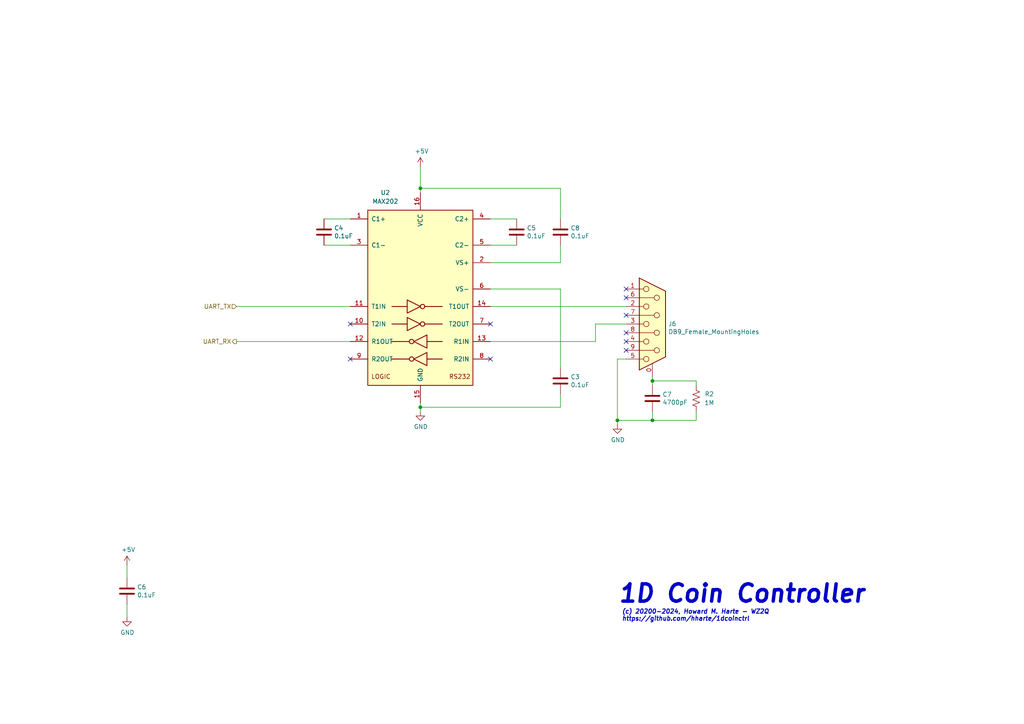
<source format=kicad_sch>
(kicad_sch (version 20231120) (generator "eeschema") (generator_version "8.0")
  (paper "A4")
  (title_block (title "1D Coin Controller - UART") (date "2024-03-10") (rev "4"))
  (lib_symbols
    (symbol "Connector:DB9_Female_MountingHoles" (pin_names (offset 1.016) hide)
      (property "Reference" "J" (at 0 16.51 0))
      (property "Value" "DB9_Female_MountingHoles" (at 0 14.605 0))
      (symbol "DB9_Female_MountingHoles_0_1"
        (circle (center -1.778 -10.16) (radius 0.762))
        (circle (center -1.778 -5.08) (radius 0.762))
        (circle (center -1.778 0) (radius 0.762))
        (circle (center -1.778 5.08) (radius 0.762))
        (circle (center -1.778 10.16) (radius 0.762))
        (polyline (pts (xy -3.81 -10.16) (xy -2.54 -10.16)))
        (polyline (pts (xy -3.81 -7.62) (xy 0.508 -7.62)))
        (polyline (pts (xy -3.81 -5.08) (xy -2.54 -5.08)))
        (polyline (pts (xy -3.81 -2.54) (xy 0.508 -2.54)))
        (polyline (pts (xy -3.81 0) (xy -2.54 0)))
        (polyline (pts (xy -3.81 2.54) (xy 0.508 2.54)))
        (polyline (pts (xy -3.81 5.08) (xy -2.54 5.08)))
        (polyline (pts (xy -3.81 7.62) (xy 0.508 7.62)))
        (polyline (pts (xy -3.81 10.16) (xy -2.54 10.16)))
        (polyline (pts (xy -3.81 13.335) (xy -3.81 -13.335) (xy 3.81 -9.525) (xy 3.81 9.525) (xy -3.81 13.335)) (stroke (width 0.254)) (fill (type background)))
        (circle (center 1.27 -7.62) (radius 0.762))
        (circle (center 1.27 -2.54) (radius 0.762))
        (circle (center 1.27 2.54) (radius 0.762))
        (circle (center 1.27 7.62) (radius 0.762))
      )
      (symbol "DB9_Female_MountingHoles_1_1"
        (pin passive line (at 0 -15.24 90) (length 3.81) (name "PAD") (number "0"))
        (pin passive line (at -7.62 10.16 0) (length 3.81) (name "1") (number "1"))
        (pin passive line (at -7.62 5.08 0) (length 3.81) (name "2") (number "2"))
        (pin passive line (at -7.62 0 0) (length 3.81) (name "3") (number "3"))
        (pin passive line (at -7.62 -5.08 0) (length 3.81) (name "4") (number "4"))
        (pin passive line (at -7.62 -10.16 0) (length 3.81) (name "5") (number "5"))
        (pin passive line (at -7.62 7.62 0) (length 3.81) (name "6") (number "6"))
        (pin passive line (at -7.62 2.54 0) (length 3.81) (name "7") (number "7"))
        (pin passive line (at -7.62 -2.54 0) (length 3.81) (name "8") (number "8"))
        (pin passive line (at -7.62 -7.62 0) (length 3.81) (name "9") (number "9"))
      )
    )
    (symbol "Device:C" (pin_numbers hide) (pin_names (offset 0.254))
      (property "Reference" "C" (at 0.635 2.54 0))
      (property "Value" "C" (at 0.635 -2.54 0))
      (symbol "C_0_1"
        (polyline (pts (xy -2.032 -0.762) (xy 2.032 -0.762)) (stroke (width 0.508)))
        (polyline (pts (xy -2.032 0.762) (xy 2.032 0.762)) (stroke (width 0.508)))
      )
      (symbol "C_1_1"
        (pin passive line (at 0 3.81 270) (length 2.794) (name "~") (number "1"))
        (pin passive line (at 0 -3.81 90) (length 2.794) (name "~") (number "2"))
      )
    )
    (symbol "Device:R_US" (pin_numbers hide) (pin_names (offset 0))
      (property "Reference" "R" (at 2.54 0 90))
      (property "Value" "R_US" (at -2.54 0 90))
      (symbol "R_US_0_1"
        (polyline (pts (xy 0 -2.286) (xy 0 -2.54)))
        (polyline (pts (xy 0 2.286) (xy 0 2.54)))
        (polyline (pts (xy 0 -0.762) (xy 1.016 -1.143) (xy 0 -1.524) (xy -1.016 -1.905) (xy 0 -2.286)))
        (polyline (pts (xy 0 0.762) (xy 1.016 0.381) (xy 0 0) (xy -1.016 -0.381) (xy 0 -0.762)))
        (polyline (pts (xy 0 2.286) (xy 1.016 1.905) (xy 0 1.524) (xy -1.016 1.143) (xy 0 0.762)))
      )
      (symbol "R_US_1_1"
        (pin passive line (at 0 3.81 270) (length 1.27) (name "~") (number "1"))
        (pin passive line (at 0 -3.81 90) (length 1.27) (name "~") (number "2"))
      )
    )
    (symbol "Interface_UART:MAX202" (pin_names (offset 1.016))
      (property "Reference" "U" (at -2.54 28.575 0))
      (property "Value" "MAX202" (at -2.54 26.67 0))
      (symbol "MAX202_0_0"
        (text "LOGIC" (at -11.43 -22.86 0) (effects (font (size 1.27 1.27))))
        (text "RS232" (at 11.43 -22.86 0) (effects (font (size 1.27 1.27))))
      )
      (symbol "MAX202_0_1"
        (rectangle (start -15.24 -25.4) (end 15.24 25.4) (stroke (width 0.254)) (fill (type background)))
        (circle (center -2.54 -17.78) (radius 0.635) (stroke (width 0.254)))
        (circle (center -2.54 -12.7) (radius 0.635) (stroke (width 0.254)))
        (polyline (pts (xy -3.81 -7.62) (xy -8.255 -7.62)) (stroke (width 0.254)))
        (polyline (pts (xy -3.81 -2.54) (xy -8.255 -2.54)) (stroke (width 0.254)))
        (polyline (pts (xy -3.175 -17.78) (xy -8.255 -17.78)) (stroke (width 0.254)))
        (polyline (pts (xy -3.175 -12.7) (xy -8.255 -12.7)) (stroke (width 0.254)))
        (polyline (pts (xy 1.27 -7.62) (xy 6.35 -7.62)) (stroke (width 0.254)))
        (polyline (pts (xy 1.27 -2.54) (xy 6.35 -2.54)) (stroke (width 0.254)))
        (polyline (pts (xy 1.905 -17.78) (xy 6.35 -17.78)) (stroke (width 0.254)))
        (polyline (pts (xy 1.905 -12.7) (xy 6.35 -12.7)) (stroke (width 0.254)))
        (polyline (pts (xy -3.81 -5.715) (xy -3.81 -9.525) (xy 0 -7.62) (xy -3.81 -5.715)) (stroke (width 0.254)))
        (polyline (pts (xy -3.81 -0.635) (xy -3.81 -4.445) (xy 0 -2.54) (xy -3.81 -0.635)) (stroke (width 0.254)))
        (polyline (pts (xy 1.905 -15.875) (xy 1.905 -19.685) (xy -1.905 -17.78) (xy 1.905 -15.875)) (stroke (width 0.254)))
        (polyline (pts (xy 1.905 -10.795) (xy 1.905 -14.605) (xy -1.905 -12.7) (xy 1.905 -10.795)) (stroke (width 0.254)))
        (circle (center 0.635 -7.62) (radius 0.635) (stroke (width 0.254)))
        (circle (center 0.635 -2.54) (radius 0.635) (stroke (width 0.254)))
      )
      (symbol "MAX202_1_1"
        (pin passive line (at -20.32 22.86 0) (length 5.08) (name "C1+") (number "1"))
        (pin input line (at -20.32 -7.62 0) (length 5.08) (name "T2IN") (number "10"))
        (pin input line (at -20.32 -2.54 0) (length 5.08) (name "T1IN") (number "11"))
        (pin output line (at -20.32 -12.7 0) (length 5.08) (name "R1OUT") (number "12"))
        (pin input line (at 20.32 -12.7 180) (length 5.08) (name "R1IN") (number "13"))
        (pin output line (at 20.32 -2.54 180) (length 5.08) (name "T1OUT") (number "14"))
        (pin power_in line (at 0 -30.48 90) (length 5.08) (name "GND") (number "15"))
        (pin power_in line (at 0 30.48 270) (length 5.08) (name "VCC") (number "16"))
        (pin power_out line (at 20.32 10.16 180) (length 5.08) (name "VS+") (number "2"))
        (pin passive line (at -20.32 15.24 0) (length 5.08) (name "C1-") (number "3"))
        (pin passive line (at 20.32 22.86 180) (length 5.08) (name "C2+") (number "4"))
        (pin passive line (at 20.32 15.24 180) (length 5.08) (name "C2-") (number "5"))
        (pin power_out line (at 20.32 2.54 180) (length 5.08) (name "VS-") (number "6"))
        (pin output line (at 20.32 -7.62 180) (length 5.08) (name "T2OUT") (number "7"))
        (pin input line (at 20.32 -17.78 180) (length 5.08) (name "R2IN") (number "8"))
        (pin output line (at -20.32 -17.78 0) (length 5.08) (name "R2OUT") (number "9"))
      )
    )
    (symbol "power:+5V" (power) (pin_names (offset 0))
      (property "Value" "+5V" (at 0 3.556 0))
      (symbol "+5V_0_1"
        (polyline (pts (xy -0.762 1.27) (xy 0 2.54)))
        (polyline (pts (xy 0 0) (xy 0 2.54)))
        (polyline (pts (xy 0 2.54) (xy 0.762 1.27)))
      )
      (symbol "+5V_1_1"
        (pin power_in line (at 0 0 90) (length 0) hide (name "+5V") (number "1"))
      )
    )
    (symbol "power:GND" (power) (pin_names (offset 0))
      (property "Value" "GND" (at 0 -3.81 0))
      (symbol "GND_0_1"
        (polyline (pts (xy 0 0) (xy 0 -1.27) (xy 1.27 -1.27) (xy 0 -2.54) (xy -1.27 -1.27) (xy 0 -1.27)))
      )
      (symbol "GND_1_1"
        (pin power_in line (at 0 0 270) (length 0) hide (name "GND") (number "1"))
      )
    )
  )
  (junction (at 189.23 121.92))
  (junction (at 189.23 110.49))
  (junction (at 121.92 118.11))
  (junction (at 179.07 121.92))
  (junction (at 121.92 54.61))
  (no_connect (at 181.61 101.6))
  (no_connect (at 101.6 93.98))
  (no_connect (at 142.24 93.98))
  (no_connect (at 101.6 104.14))
  (no_connect (at 142.24 104.14))
  (no_connect (at 181.61 91.44))
  (no_connect (at 181.61 83.82))
  (no_connect (at 181.61 96.52))
  (no_connect (at 181.61 86.36))
  (no_connect (at 181.61 99.06))
  (wire (pts (xy 142.24 88.9) (xy 181.61 88.9)))
  (wire (pts (xy 162.56 76.2) (xy 142.24 76.2)))
  (wire (pts (xy 172.72 99.06) (xy 172.72 93.98)))
  (wire (pts (xy 201.93 111.76) (xy 201.93 110.49)))
  (wire (pts (xy 36.83 175.26) (xy 36.83 179.07)))
  (wire (pts (xy 172.72 93.98) (xy 181.61 93.98)))
  (wire (pts (xy 101.6 88.9) (xy 68.58 88.9)))
  (wire (pts (xy 121.92 54.61) (xy 121.92 55.88)))
  (wire (pts (xy 201.93 110.49) (xy 189.23 110.49)))
  (wire (pts (xy 179.07 121.92) (xy 179.07 123.19)))
  (wire (pts (xy 142.24 83.82) (xy 162.56 83.82)))
  (wire (pts (xy 162.56 114.3) (xy 162.56 118.11)))
  (wire (pts (xy 189.23 111.76) (xy 189.23 110.49)))
  (wire (pts (xy 121.92 54.61) (xy 162.56 54.61)))
  (wire (pts (xy 189.23 110.49) (xy 189.23 109.22)))
  (wire (pts (xy 121.92 119.38) (xy 121.92 118.11)))
  (wire (pts (xy 179.07 104.14) (xy 179.07 121.92)))
  (wire (pts (xy 68.58 99.06) (xy 101.6 99.06)))
  (wire (pts (xy 142.24 71.12) (xy 149.86 71.12)))
  (wire (pts (xy 189.23 119.38) (xy 189.23 121.92)))
  (wire (pts (xy 201.93 121.92) (xy 201.93 119.38)))
  (wire (pts (xy 162.56 118.11) (xy 121.92 118.11)))
  (wire (pts (xy 93.98 63.5) (xy 101.6 63.5)))
  (wire (pts (xy 93.98 71.12) (xy 101.6 71.12)))
  (wire (pts (xy 142.24 99.06) (xy 172.72 99.06)))
  (wire (pts (xy 36.83 167.64) (xy 36.83 163.83)))
  (wire (pts (xy 149.86 63.5) (xy 142.24 63.5)))
  (wire (pts (xy 162.56 83.82) (xy 162.56 106.68)))
  (wire (pts (xy 121.92 116.84) (xy 121.92 118.11)))
  (wire (pts (xy 189.23 121.92) (xy 201.93 121.92)))
  (wire (pts (xy 162.56 71.12) (xy 162.56 76.2)))
  (wire (pts (xy 189.23 121.92) (xy 179.07 121.92)))
  (wire (pts (xy 162.56 54.61) (xy 162.56 63.5)))
  (wire (pts (xy 181.61 104.14) (xy 179.07 104.14)))
  (wire (pts (xy 121.92 48.26) (xy 121.92 54.61)))
  (text "(c) 20200-2024, Howard M. Harte - WZ2Q\nhttps://github.com/hharte/1dcoinctrl" (at 180.34 180.34 0) (effects (font (size 1.27 1.27) (thickness 0.254) (bold yes) (italic yes)) (justify left bottom)))
  (text "1D Coin Controller" (at 179.07 175.26 0) (effects (font (size 5.0038 5.0038) (thickness 1.0008) (bold yes) (italic yes)) (justify left bottom)))
  (hierarchical_label "UART_TX" (shape input) (at 68.58 88.9 180))
  (hierarchical_label "UART_RX" (shape output) (at 68.58 99.06 180))
  (symbol (lib_id "Connector:DB9_Female_MountingHoles") (at 189.23 93.98 0) (unit 1)
    (property "Reference" "J6" (at 193.802 93.9292 0) (effects (justify left)))
    (property "Value" "DB9_Female_MountingHoles" (at 193.802 96.2406 0) (effects (justify left)))
    (property "Footprint" "Connector_Dsub:DSUB-9_Female_Horizontal_P2.77x2.84mm_EdgePinOffset7.70mm_Housed_MountingHolesOffset9.12mm" (effects (hide yes)))
    (property "Datasheet" " ~" (effects (hide yes)))
    (property "MPN" "747844-4" (effects (hide yes)))
    (property "Digi-Key_PN" "A23303-ND" (effects (hide yes)))
  )
  (symbol (lib_id "Interface_UART:MAX202") (at 121.92 86.36 0) (unit 1)
    (property "Reference" "U2" (at 111.76 55.88 0))
    (property "Value" "MAX202" (at 111.76 58.42 0))
    (property "Footprint" "Package_DIP:DIP-16_W7.62mm" (effects (hide yes)))
    (property "Datasheet" "http://www.ti.com/lit/ds/symlink/max202.pdf" (effects (hide yes)))
    (property "MPN" "HIN232CPZ" (effects (hide yes)))
    (property "Digi-Key_PN" "HIN232CPZ-ND" (effects (hide yes)))
  )
  (symbol (lib_id "power:GND") (at 121.92 119.38 0) (unit 1)
    (property "Reference" "#PWR0111" (effects (hide yes)))
    (property "Value" "GND" (at 122.047 123.7742 0))
  )
  (symbol (lib_id "power:+5V") (at 121.92 48.26 0) (unit 1)
    (property "Reference" "#PWR0112" (effects (hide yes)))
    (property "Value" "+5V" (at 122.301 43.8658 0))
  )
  (symbol (lib_id "power:GND") (at 179.07 123.19 0) (unit 1)
    (property "Reference" "#PWR0117" (effects (hide yes)))
    (property "Value" "GND" (at 179.197 127.5842 0))
  )
  (symbol (lib_id "power:+5V") (at 36.83 163.83 0) (unit 1)
    (property "Reference" "#PWR0113" (effects (hide yes)))
    (property "Value" "+5V" (at 37.211 159.4358 0))
  )
  (symbol (lib_id "Device:C") (at 36.83 171.45 0) (unit 1)
    (property "Reference" "C6" (at 39.751 170.2816 0) (effects (justify left)))
    (property "Value" "0.1uF" (at 39.751 172.593 0) (effects (justify left)))
    (property "Footprint" "Capacitor_THT:C_Disc_D3.0mm_W2.0mm_P2.50mm" (effects (hide yes)))
    (property "MPN" "K104M15X7RF5TL2" (effects (hide yes)))
    (property "Digi-Key_PN" "56-K104M15X7RF5TL2CT-ND" (effects (hide yes)))
  )
  (symbol (lib_id "power:GND") (at 36.83 179.07 0) (unit 1)
    (property "Reference" "#PWR0116" (effects (hide yes)))
    (property "Value" "GND" (at 36.957 183.4642 0))
  )
  (symbol (lib_id "Device:C") (at 149.86 67.31 0) (unit 1)
    (property "Reference" "C5" (at 152.781 66.1416 0) (effects (justify left)))
    (property "Value" "0.1uF" (at 152.781 68.453 0) (effects (justify left)))
    (property "Footprint" "Capacitor_THT:C_Disc_D3.0mm_W2.0mm_P2.50mm" (effects (hide yes)))
    (property "Digi-Key_PN" "56-K104M15X7RF5TL2CT-ND" (effects (hide yes)))
    (property "MPN" "K104M15X7RF5TL2" (effects (hide yes)))
  )
  (symbol (lib_id "Device:C") (at 93.98 67.31 0) (unit 1)
    (property "Reference" "C4" (at 96.901 66.1416 0) (effects (justify left)))
    (property "Value" "0.1uF" (at 96.901 68.453 0) (effects (justify left)))
    (property "Footprint" "Capacitor_THT:C_Disc_D3.0mm_W2.0mm_P2.50mm" (effects (hide yes)))
    (property "Digi-Key_PN" "56-K104M15X7RF5TL2CT-ND" (effects (hide yes)))
    (property "MPN" "K104M15X7RF5TL2" (effects (hide yes)))
  )
  (symbol (lib_id "Device:C") (at 162.56 67.31 0) (unit 1)
    (property "Reference" "C8" (at 165.481 66.1416 0) (effects (justify left)))
    (property "Value" "0.1uF" (at 165.481 68.453 0) (effects (justify left)))
    (property "Footprint" "Capacitor_THT:C_Disc_D3.0mm_W2.0mm_P2.50mm" (effects (hide yes)))
    (property "Digi-Key_PN" "56-K104M15X7RF5TL2CT-ND" (effects (hide yes)))
    (property "MPN" "K104M15X7RF5TL2" (effects (hide yes)))
  )
  (symbol (lib_id "Device:C") (at 162.56 110.49 0) (unit 1)
    (property "Reference" "C3" (at 165.481 109.3216 0) (effects (justify left)))
    (property "Value" "0.1uF" (at 165.481 111.633 0) (effects (justify left)))
    (property "Footprint" "Capacitor_THT:C_Disc_D3.0mm_W2.0mm_P2.50mm" (effects (hide yes)))
    (property "Digi-Key_PN" "56-K104M15X7RF5TL2CT-ND" (effects (hide yes)))
    (property "MPN" "K104M15X7RF5TL2" (effects (hide yes)))
  )
  (symbol (lib_id "Device:C") (at 189.23 115.57 0) (unit 1)
    (property "Reference" "C7" (at 192.151 114.4016 0) (effects (justify left)))
    (property "Value" "4700pF" (at 192.151 116.713 0) (effects (justify left)))
    (property "Footprint" "Capacitor_THT:C_Disc_D4.3mm_W1.9mm_P5.00mm" (effects (hide yes)))
    (property "MPN" "S472M39Z5UN63J5R" (effects (hide yes)))
    (property "Digi-Key_PN" "1288PH-ND" (effects (hide yes)))
  )
  (symbol (lib_id "Device:R_US") (at 201.93 115.57 0) (unit 1)
    (property "Reference" "R2" (at 205.74 114.3 0))
    (property "Value" "1M" (at 205.74 116.84 0))
    (property "Footprint" "Resistor_THT:R_Axial_DIN0207_L6.3mm_D2.5mm_P7.62mm_Horizontal" (effects (hide yes)))
    (property "MPN" "CFM12JT1M00" (effects (hide yes)))
    (property "Digi-Key_PN" "S1MHCT-ND" (effects (hide yes)))
  )
)
</source>
